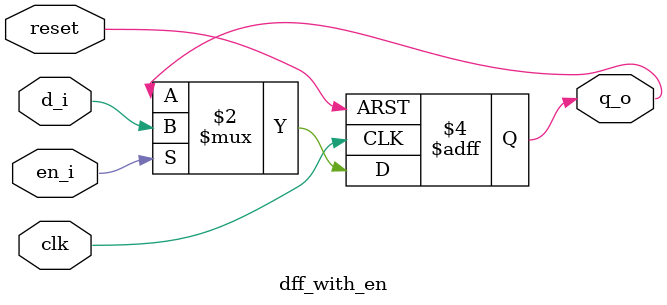
<source format=sv>
module dff_with_en (
    input   logic   clk,
    input   logic   reset,

    input   logic   d_i,
    input   logic   en_i,

    output  logic   q_o
);

    always_ff @(posedge clk or posedge reset) begin
        if (reset) begin
            q_o <= 0;
        end
        else begin
            if (en_i) begin
                q_o <= d_i;
            end
        end
    end

endmodule

</source>
